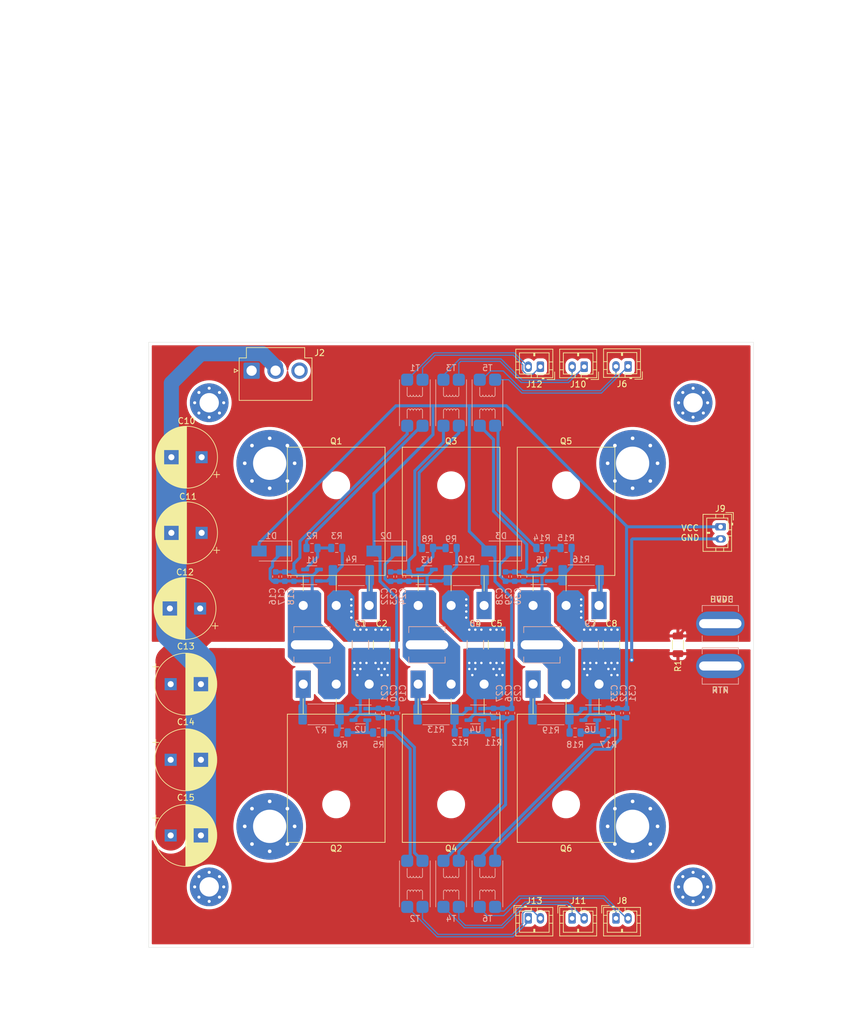
<source format=kicad_pcb>
(kicad_pcb (version 20211014) (generator pcbnew)
  (layers (0 "F.Cu" signal) (31 "B.Cu" signal) (34 "B.Paste" user) (35 "F.Paste" user) (36 "B.SilkS" user "B.Silkscreen") (37 "F.SilkS" user "F.Silkscreen") (38 "B.Mask" user) (39 "F.Mask" user) (44 "Edge.Cuts" user))
  (net 0 "")
  (net 1 "GND")
  (net 2 "VCC")
  (net 3 "VBUS")
  (net 4 "Earth")
  (net 5 "/half_bridge/OUT")
  (net 6 "Net-(Q1-Pad1)")
  (net 7 "Net-(Q2-Pad1)")
  (net 8 "Net-(Q4-Pad1)")
  (net 9 "Net-(Q3-Pad1)")
  (net 10 "Net-(Q5-Pad1)")
  (net 11 "/half_bridge1/OUT")
  (net 12 "/half_bridge2/OUT")
  (net 13 "Net-(Q6-Pad1)")
  (net 14 "Net-(R2-Pad1)")
  (net 15 "Net-(R3-Pad1)")
  (net 16 "Net-(R9-Pad1)")
  (net 17 "Net-(R11-Pad1)")
  (net 18 "Net-(R11-Pad2)")
  (net 19 "Net-(R12-Pad1)")
  (net 20 "Net-(R18-Pad1)")
  (net 21 "/half_bridge/IN_H+")
  (net 22 "/half_bridge/IN_H-")
  (net 23 "/half_bridge/IN_L+")
  (net 24 "/half_bridge/IN_L-")
  (net 25 "/half_bridge1/IN_H+")
  (net 26 "/half_bridge1/IN_H-")
  (net 27 "/half_bridge1/IN_L+")
  (net 28 "/half_bridge1/IN_L-")
  (net 29 "/half_bridge2/IN_H+")
  (net 30 "/half_bridge2/IN_H-")
  (net 31 "/half_bridge2/IN_L+")
  (net 32 "/half_bridge2/IN_L-")
  (net 33 "Net-(C16-Pad2)")
  (net 34 "Net-(C22-Pad2)")
  (net 35 "Net-(C28-Pad2)")
  (net 36 "Net-(R2-Pad2)")
  (net 37 "Net-(R5-Pad2)")
  (net 38 "Net-(R5-Pad1)")
  (net 39 "Net-(R6-Pad1)")
  (net 40 "Net-(R8-Pad1)")
  (net 41 "Net-(R8-Pad2)")
  (net 42 "Net-(R14-Pad2)")
  (net 43 "Net-(R14-Pad1)")
  (net 44 "Net-(R15-Pad1)")
  (net 45 "Net-(R17-Pad1)")
  (net 46 "Net-(R17-Pad2)")
  (footprint "MountingHole:MountingHole_3.2mm_M3_Pad_Via" (layer "F.Cu") (at 107 58)
    (fp_text reference "H5" hide)
    (fp_text value "MountingHole_Pad ")
  )
  (footprint "MountingHole:MountingHole_3.2mm_M3_Pad_Via" (layer "F.Cu") (at 107 138)
    (fp_text reference "H6" hide)
    (fp_text value "MountingHole_Pad")
  )
  (footprint "MountingHole:MountingHole_3.2mm_M3_Pad_Via" (layer "F.Cu") (at 187 138)
    (fp_text reference "H7" hide)
    (fp_text value "MountingHole_Pad")
  )
  (footprint "MountingHole:MountingHole_3.2mm_M3_Pad_Via" (layer "F.Cu") (at 187 58)
    (fp_text reference "H8" hide)
    (fp_text value "MountingHole_Pad")
  )
  (footprint "Capacitor_THT:CP_Radial_D10.0mm_P5.00mm" (layer "F.Cu") (at 105.5 92 180)
    (fp_text reference "C12")
    (fp_text value "100uF")
  )
  (footprint "Connector_JST:JST_PH_B2B-PH-K_1x02_P2.00mm_Vertical" (layer "F.Cu") (at 191.55 78.5 -90)
    (fp_text reference "J9")
    (fp_text value "Conn_01x02_Male")
  )
  (footprint "Capacitor_THT:CP_Radial_D10.0mm_P5.00mm" (layer "F.Cu") (at 100.632323 129.5)
    (fp_text reference "C15")
    (fp_text value "100uF")
  )
  (footprint "Connector_JST:JST_PH_B2B-PH-K_1x02_P2.00mm_Vertical" (layer "F.Cu") (at 169 52.05 180)
    (fp_text reference "J10")
    (fp_text value "Conn_01x02_Male")
  )
  (footprint "Capacitor_SMD:C_1210_3225Metric" (layer "F.Cu") (at 170 98 90)
    (fp_text reference "C7")
    (fp_text value "100n")
  )
  (footprint "Capacitor_SMD:C_1210_3225Metric" (layer "F.Cu") (at 151 98 90)
    (fp_text reference "C4")
    (fp_text value "100n")
  )
  (footprint "Connector_JST:JST_PH_B2B-PH-K_1x02_P2.00mm_Vertical" (layer "F.Cu") (at 167 143.2)
    (fp_text reference "J11")
    (fp_text value "Conn_01x02_Male")
  )
  (footprint "Connector_JST:JST_VH_B3P-VH-B_1x03_P3.96mm_Vertical" (layer "F.Cu") (at 114.0125 52.7)
    (fp_text reference "J2")
    (fp_text value "Conn_01x03_Male")
  )
  (footprint "Package_TO_SOT_THT:TO-247-3_Horizontal_TabUp" (layer "F.Cu") (at 152.45 91.5 180)
    (fp_text reference "Q3")
    (fp_text value "Q_NMOS_GDS")
  )
  (footprint "Capacitor_SMD:C_1210_3225Metric" (layer "F.Cu") (at 173.5 98 90)
    (fp_text reference "C8")
    (fp_text value "100n")
  )
  (footprint "Capacitor_THT:CP_Radial_D10.0mm_P5.00mm" (layer "F.Cu") (at 100.632323 117)
    (fp_text reference "C14")
    (fp_text value "100uF")
  )
  (footprint "Connector_JST:JST_PH_B2B-PH-K_1x02_P2.00mm_Vertical" (layer "F.Cu") (at 176.25 52 180)
    (fp_text reference "J6")
    (fp_text value "Conn_01x02_Male")
  )
  (footprint "Capacitor_THT:CP_Radial_D10.0mm_P5.00mm" (layer "F.Cu") (at 105.75 79.5 180)
    (fp_text reference "C11")
    (fp_text value "100uF")
  )
  (footprint "Package_TO_SOT_THT:TO-247-3_Horizontal_TabUp" (layer "F.Cu") (at 171.45 91.5 180)
    (fp_text reference "Q5")
    (fp_text value "Q_NMOS_GDS")
  )
  (footprint "Connector_JST:JST_PH_B2B-PH-K_1x02_P2.00mm_Vertical" (layer "F.Cu") (at 174.25 143.2)
    (fp_text reference "J8")
    (fp_text value "Conn_01x02_Male")
  )
  (footprint "Capacitor_THT:CP_Radial_D10.0mm_P5.00mm" (layer "F.Cu") (at 105.75 67 180)
    (fp_text reference "C10")
    (fp_text value "100uF")
  )
  (footprint "Connector_JST:JST_PH_B2B-PH-K_1x02_P2.00mm_Vertical" (layer "F.Cu") (at 159.75 143.2)
    (fp_text reference "J13")
    (fp_text value "Conn_01x02_Male")
  )
  (footprint "Capacitor_SMD:C_1210_3225Metric" (layer "F.Cu") (at 154.5 98 90)
    (fp_text reference "C5")
    (fp_text value "100n")
  )
  (footprint "Package_TO_SOT_THT:TO-247-3_Horizontal_TabUp" (layer "F.Cu") (at 160.55 104.5)
    (fp_text reference "Q6")
    (fp_text value "Q_NMOS_GDS")
  )
  (footprint "Package_TO_SOT_THT:TO-247-3_Horizontal_TabUp" (layer "F.Cu") (at 141.55 104.5)
    (fp_text reference "Q4")
    (fp_text value "Q_NMOS_GDS")
  )
  (footprint "Resistor_SMD:R_1206_3216Metric" (layer "F.Cu") (at 184.5 98 -90)
    (fp_text reference "R1")
    (fp_text value "1000")
  )
  (footprint "Connector_JST:JST_PH_B2B-PH-K_1x02_P2.00mm_Vertical" (layer "F.Cu") (at 161.75 52.05 180)
    (fp_text reference "J12")
    (fp_text value "Conn_01x02_Male")
  )
  (footprint "Capacitor_SMD:C_1210_3225Metric" (layer "F.Cu") (at 132 98 90)
    (fp_text reference "C1")
    (fp_text value "100n")
  )
  (footprint "Capacitor_THT:CP_Radial_D10.0mm_P5.00mm" (layer "F.Cu") (at 100.632323 104.5)
    (fp_text reference "C13")
    (fp_text value "100uF")
  )
  (footprint "Package_TO_SOT_THT:TO-247-3_Horizontal_TabUp" (layer "F.Cu") (at 133.45 91.5 180)
    (fp_text reference "Q1")
    (fp_text value "Q_NMOS_GDS")
  )
  (footprint "Capacitor_SMD:C_1210_3225Metric" (layer "F.Cu") (at 135.5 98 90)
    (fp_text reference "C2")
    (fp_text value "100n")
  )
  (footprint "Package_TO_SOT_THT:TO-247-3_Horizontal_TabUp" (layer "F.Cu") (at 122.55 104.5)
    (fp_text reference "Q2")
    (fp_text value "Q_NMOS_GDS")
  )
  (footprint "MountingHole:MountingHole_5.5mm_Pad_Via" (layer "B.Cu") (at 117 68 180)
    (fp_text reference "H1" hide)
    (fp_text value "MountingHole_Pad " hide)
  )
  (footprint "MountingHole:MountingHole_5.5mm_Pad_Via" (layer "B.Cu") (at 177 128 180)
    (fp_text reference "H3" hide)
    (fp_text value "MountingHole_Pad" hide)
  )
  (footprint "MountingHole:MountingHole_5.5mm_Pad_Via" (layer "B.Cu") (at 177 68 180)
    (fp_text reference "H4" hide)
    (fp_text value "MountingHole_Pad" hide)
  )
  (footprint "MountingHole:MountingHole_5.5mm_Pad_Via" (layer "B.Cu") (at 117 128 180)
    (fp_text reference "H2" hide)
    (fp_text value "MountingHole_Pad" hide)
  )
  (footprint "Resistor_SMD:R_0805_2012Metric" (layer "B.Cu") (at 162 82 180)
    (fp_text reference "R14")
    (fp_text value "5")
  )
  (footprint "Package_TO_SOT_SMD:SOT-23-5" (layer "B.Cu") (at 162 86.5)
    (fp_text reference "U5")
    (fp_text value "UCC27517")
  )
  (footprint "Resistor_SMD:R_0805_2012Metric" (layer "B.Cu") (at 173 112.5)
    (fp_text reference "R17")
    (fp_text value "5")
  )
  (footprint "Capacitor_SMD:C_0603_1608Metric" (layer "B.Cu") (at 135 109.275 90)
    (fp_text reference "C21")
    (fp_text value "10n")
  )
  (footprint "Capacitor_SMD:C_0603_1608Metric" (layer "B.Cu") (at 154 109.275 90)
    (fp_text reference "C27")
    (fp_text value "10n")
  )
  (footprint "Resistor_SMD:R_0805_2012Metric" (layer "B.Cu") (at 167.5 112.5)
    (fp_text reference "R18")
    (fp_text value "5")
  )
  (footprint "Resistor_SMD:R_0805_2012Metric" (layer "B.Cu") (at 148.5 112.5)
    (fp_text reference "R12")
    (fp_text value "5")
  )
  (footprint "Capacitor_SMD:C_0603_1608Metric" (layer "B.Cu") (at 155.5 109.275 90)
    (fp_text reference "C26")
    (fp_text value "100n")
  )
  (footprint "Resistor_SMD:R_0805_2012Metric" (layer "B.Cu") (at 166 82 180)
    (fp_text reference "R15")
    (fp_text value "5")
  )
  (footprint "universal-half-bridge:Screw Terminal 1" (layer "B.Cu") (at 143 98 180)
    (fp_text reference "J4" hide)
    (fp_text value "Conn_01x01_Female")
  )
  (footprint "universal-half-bridge:ESMIT-4180" (layer "B.Cu") (at 147 58 -90)
    (fp_text reference "T3")
    (fp_text value "PulseTrans 1:1")
  )
  (footprint "Resistor_SMD:R_0805_2012Metric" (layer "B.Cu") (at 143.0875 82 180)
    (fp_text reference "R8")
    (fp_text value "5")
  )
  (footprint "universal-half-bridge:Screw Terminal 1" (layer "B.Cu") (at 191.5 94.5 180)
    (fp_text reference "J1" hide)
    (fp_text value "Conn_01x01_Female")
  )
  (footprint "Capacitor_SMD:C_0603_1608Metric" (layer "B.Cu") (at 159 86.725 -90)
    (fp_text reference "C30")
    (fp_text value "10n")
  )
  (footprint "universal-half-bridge:Screw Terminal 1" (layer "B.Cu") (at 124 98 180)
    (fp_text reference "J5" hide)
    (fp_text value "Conn_01x01_Female")
  )
  (footprint "Capacitor_SMD:C_0603_1608Metric" (layer "B.Cu") (at 173 109.275 90)
    (fp_text reference "C33")
    (fp_text value "10n")
  )
  (footprint "Package_TO_SOT_SMD:SOT-23-5" (layer "B.Cu") (at 170 109.5 180)
    (fp_text reference "U6")
    (fp_text value "UCC27517")
  )
  (footprint "Diode_SMD:D_SMA" (layer "B.Cu") (at 136.25 82.5 180)
    (fp_text reference "D2")
    (fp_text value "D")
  )
  (footprint "universal-half-bridge:ESMIT-4180" (layer "B.Cu") (at 141 137.5 90)
    (fp_text reference "T2")
    (fp_text value "PulseTrans 1:1")
  )
  (footprint "universal-half-bridge:ESMIT-4180" (layer "B.Cu") (at 153 137.5 90)
    (fp_text reference "T6")
    (fp_text value "PulseTrans 1:1")
  )
  (footprint "Resistor_SMD:R_2512_6332Metric_Pad1.40x3.35mm_HandSolder" (layer "B.Cu") (at 130.5 86.5 180)
    (fp_text reference "R4")
    (fp_text value "5")
  )
  (footprint "Capacitor_SMD:C_0603_1608Metric" (layer "B.Cu") (at 138 109.275 90)
    (fp_text reference "C19")
    (fp_text value "100n")
  )
  (footprint "Resistor_SMD:R_2512_6332Metric_Pad1.40x3.35mm_HandSolder" (layer "B.Cu") (at 125.5 109.5)
    (fp_text reference "R7")
    (fp_text value "5")
  )
  (footprint "Resistor_SMD:R_0805_2012Metric" (layer "B.Cu") (at 154 112.5)
    (fp_text reference "R11")
    (fp_text value "5")
  )
  (footprint "Capacitor_SMD:C_0603_1608Metric" (layer "B.Cu") (at 119.5 86.725 -90)
    (fp_text reference "C17")
    (fp_text value "100n")
  )
  (footprint "universal-half-bridge:ESMIT-4180" (layer "B.Cu") (at 141 58 -90)
    (fp_text reference "T1")
    (fp_text value "PulseTrans 1:1")
  )
  (footprint "Capacitor_SMD:C_0603_1608Metric" (layer "B.Cu") (at 174.5 109.275 90)
    (fp_text reference "C32")
    (fp_text value "100n")
  )
  (footprint "Resistor_SMD:R_2512_6332Metric_Pad1.40x3.35mm_HandSolder" (layer "B.Cu") (at 149.5 86.5 180)
    (fp_text reference "R10")
    (fp_text value "5")
  )
  (footprint "Capacitor_SMD:C_0603_1608Metric" (layer "B.Cu") (at 136.5 109.275 90)
    (fp_text reference "C20")
    (fp_text value "100n")
  )
  (footprint "Diode_SMD:D_SMA" (layer "B.Cu") (at 117.25 82.5 180)
    (fp_text reference "D1")
    (fp_text value "D")
  )
  (footprint "Resistor_SMD:R_0805_2012Metric" (layer "B.Cu") (at 129 112.5)
    (fp_text reference "R6")
    (fp_text value "5")
  )
  (footprint "Package_TO_SOT_SMD:SOT-23-5" (layer "B.Cu") (at 151 109.5 180)
    (fp_text reference "U4")
    (fp_text value "UCC27517")
  )
  (footprint "Capacitor_SMD:C_0603_1608Metric" (layer "B.Cu") (at 137 86.725 -90)
    (fp_text reference "C22")
    (fp_text value "100n")
  )
  (footprint "universal-half-bridge:Screw Terminal 1" (layer "B.Cu") (at 191.5 101.5 180)
    (fp_text reference "J7" hide)
    (fp_text value "Conn_01x01_Female")
  )
  (footprint "Package_TO_SOT_SMD:SOT-23-5" (layer "B.Cu") (at 143 86.5)
    (fp_text reference "U3")
    (fp_text value "UCC27517")
  )
  (footprint "Capacitor_SMD:C_1210_3225Metric" (layer "B.Cu") (at 132 98 90)
    (fp_text reference "C3")
    (fp_text value "100n")
  )
  (footprint "Capacitor_SMD:C_1210_3225Metric" (layer "B.Cu") (at 170 98 90)
    (fp_text reference "C9")
    (fp_text value "100n")
  )
  (footprint "universal-half-bridge:ESMIT-4180" (layer "B.Cu") (at 147 137.5 90)
    (fp_text reference "T4")
    (fp_text value "PulseTrans 1:1")
  )
  (footprint "Capacitor_SMD:C_0603_1608Metric" (layer "B.Cu") (at 140 86.725 -90)
    (fp_text reference "C24")
    (fp_text value "10n")
  )
  (footprint "universal-half-bridge:Screw Terminal 1" (layer "B.Cu") (at 162 98 180)
    (fp_text reference "J3" hide)
    (fp_text value "Conn_01x01_Female")
  )
  (footprint "Package_TO_SOT_SMD:SOT-23-5" (layer "B.Cu") (at 124 86.5)
    (fp_text reference "U1")
    (fp_text value "UCC27517")
  )
  (footprint "Capacitor_SMD:C_0603_1608Metric" (layer "B.Cu") (at 121 86.725 -90)
    (fp_text reference "C18")
    (fp_text value "10n")
  )
  (footprint "Capacitor_SMD:C_0603_1608Metric" (layer "B.Cu") (at 138.5 86.725 -90)
    (fp_text reference "C23")
    (fp_text value "100n")
  )
  (footprint "Capacitor_SMD:C_0603_1608Metric" (layer "B.Cu") (at 118 86.725 -90)
    (fp_text reference "C16")
    (fp_text value "100n")
  )
  (footprint "Resistor_SMD:R_0805_2012Metric" (layer "B.Cu") (at 147 82 180)
    (fp_text reference "R9")
    (fp_text value "5")
  )
  (footprint "Diode_SMD:D_SMA" (layer "B.Cu") (at 155.25 82.5 180)
    (fp_text reference "D3")
    (fp_text value "D")
  )
  (footprint "Capacitor_SMD:C_0603_1608Metric" (layer "B.Cu") (at 157 109.275 90)
    (fp_text reference "C25")
    (fp_text value "100n")
  )
  (footprint "Capacitor_SMD:C_0603_1608Metric" (layer "B.Cu") (at 157.5 86.725 -90)
    (fp_text reference "C29")
    (fp_text value "100n")
  )
  (footprint "Resistor_SMD:R_2512_6332Metric_Pad1.40x3.35mm_HandSolder" (layer "B.Cu") (at 168.5 86.5 180)
    (fp_text reference "R16")
    (fp_text value "5")
  )
  (footprint "Capacitor_SMD:C_0603_1608Metric" (layer "B.Cu") (at 176 109.275 90)
    (fp_text reference "C31")
    (fp_text value "100n")
  )
  (footprint "Resistor_SMD:R_0805_2012Metric" (layer "B.Cu") (at 124 82 180)
    (fp_text reference "R2")
    (fp_text value "5")
  )
  (footprint "Package_TO_SOT_SMD:SOT-23-5" (layer "B.Cu") (at 132 109.5 180)
    (fp_text reference "U2")
    (fp_text value "UCC27517")
  )
  (footprint "Resistor_SMD:R_0805_2012Metric" (layer "B.Cu") (at 135 112.5)
    (fp_text reference "R5")
    (fp_text value "5")
  )
  (footprint "universal-half-bridge:ESMIT-4180" (layer "B.Cu") (at 153 58 -90)
    (fp_text reference "T5")
    (fp_text value "PulseTrans 1:1")
  )
  (footprint "Resistor_SMD:R_2512_6332Metric_Pad1.40x3.35mm_HandSolder" (layer "B.Cu") (at 144.5 109.5)
    (fp_text reference "R13")
    (fp_text value "5")
  )
  (footprint "Capacitor_SMD:C_0603_1608Metric" (layer "B.Cu") (at 156 86.725 -90)
    (fp_text reference "C28")
    (fp_text value "100n")
  )
  (footprint "Capacitor_SMD:C_1210_3225Metric" (layer "B.Cu") (at 151 98 90)
    (fp_text reference "C6")
    (fp_text value "100n")
  )
  (footprint "Resistor_SMD:R_0805_2012Metric" (layer "B.Cu") (at 128.0875 82 180)
    (fp_text reference "R3")
    (fp_text value "5")
  )
  (footprint "Resistor_SMD:R_2512_6332Metric_Pad1.40x3.35mm_HandSolder" (layer "B.Cu") (at 163.5 109.5)
    (fp_text reference "R19")
    (fp_text value "5")
  )
  (gr_line (start 197 148) (end 97 148) (layer "Edge.Cuts") (width 0.05))
  (gr_line (start 97 48) (end 97 148) (layer "Edge.Cuts") (width 0.05))
  (gr_line (start 97 48) (end 197 48) (layer "Edge.Cuts") (width 0.05))
  (gr_line (start 197 48) (end 197 148) (layer "Edge.Cuts") (width 0.05))
  (gr_text "RTN" (at 191.5 105.5) (layer "B.SilkS") (effects (font (size 1 1)) (justify mirror)))
  (gr_text "HVDC" (at 191.75 90.5) (layer "B.SilkS") (effects (font (size 1 1)) (justify mirror)))
  (gr_text "HVDC" (at 191.75 90.5) (layer "F.SilkS") (effects (font (size 1 1))))
  (gr_text "RTN" (at 191.5 105.5) (layer "F.SilkS") (effects (font (size 1 1))))
  (gr_text "VCC\nGND" (at 186.5 79.5) (layer "F.SilkS") (effects (font (size 1 1))))
  (via (at 174 102) (size 0.8) (drill 0.4) (layers "F.Cu" "B.Cu") (net 1))
  (via (at 150.5 103) (size 0.8) (drill 0.4) (layers "F.Cu" "B.Cu") (net 1))
  (via (at 154 102) (size 0.8) (drill 0.4) (layers "F.Cu" "B.Cu") (net 1))
  (via (at 135.5 101) (size 0.8) (drill 0.4) (layers "F.Cu" "B.Cu") (net 1))
  (via (at 174.5 103) (size 0.8) (drill 0.4) (layers "F.Cu" "B.Cu") (net 1))
  (via (at 169 101) (size 0.8) (drill 0.4) (layers "F.Cu" "B.Cu") (net 1))
  (via (at 155.5 103) (size 0.8) (drill 0.4) (layers "F.Cu" "B.Cu") (net 1))
  (via (at 136 102) (size 0.8) (drill 0.4) (layers "F.Cu" "B.Cu") (net 1))
  (via (at 151 101) (size 0.8) (drill 0.4) (layers "F.Cu" "B.Cu") (net 1))
  (via (at 173 102) (size 0.8) (drill 0.4) (layers "F.Cu" "B.Cu") (net 1))
  (via (at 154.5 103) (size 0.8) (drill 0.4) (layers "F.Cu" "B.Cu") (net 1))
  (via (at 134.5 101) (size 0.8) (drill 0.4) (layers "F.Cu" "B.Cu") (net 1))
  (via (at 174.5 101) (size 0.8) (drill 0.4) (layers "F.Cu" "B.Cu") (net 1))
  (via (at 152 101) (size 0.8) (drill 0.4) (layers "F.Cu" "B.Cu") (net 1))
  (via (at 131 101) (size 0.8) (drill 0.4) (layers "F.Cu" "B.Cu") (net 1))
  (via (at 169.5 103) (size 0.8) (drill 0.4) (layers "F.Cu" "B.Cu") (net 1))
  (via (at 169 102) (size 0.8) (drill 0.4) (layers "F.Cu" "B.Cu") (net 1))
  (via (at 132 101) (size 0.8) (drill 0.4) (layers "F.Cu" "B.Cu") (net 1))
  (via (at 136.5 101) (size 0.8) (drill 0.4) (layers "F.Cu" "B.Cu") (net 1))
  (via (at 131.5 103) (size 0.8) (drill 0.4) (layers "F.Cu" "B.Cu") (net 1))
  (via (at 132 102) (size 0.8) (drill 0.4) (layers "F.Cu" "B.Cu") (net 1))
  (via (at 150 101) (size 0.8) (drill 0.4) (layers "F.Cu" "B.Cu") (net 1))
  (via (at 135 102) (size 0.8) (drill 0.4) (layers "F.Cu" "B.Cu") (net 1))
  (via (at 136.5 103) (size 0.8) (drill 0.4) (layers "F.Cu" "B.Cu") (net 1))
  (via (at 154.5 101) (size 0.8) (drill 0.4) (layers "F.Cu" "B.Cu") (net 1))
  (via (at 133 101) (size 0.8) (drill 0.4) (layers "F.Cu" "B.Cu") (net 1))
  (via (at 173.5 101) (size 0.8) (drill 0.4) (layers "F.Cu" "B.Cu") (net 1))
  (via (at 171 101) (size 0.8) (drill 0.4) (layers "F.Cu" "B.Cu") (net 1))
  (via (at 170 102) (size 0.8) (drill 0.4) (layers "F.Cu" "B.Cu") (net 1))
  (via (at 176.8495 100.5) (size 0.8) (drill 0.4) (layers "F.Cu" "B.Cu") (net 1))
  (via (at 131 102) (size 0.8) (drill 0.4) (layers "F.Cu" "B.Cu") (net 1))
  (via (at 151 102) (size 0.8) (drill 0.4) (layers "F.Cu" "B.Cu") (net 1))
  (via (at 153.5 101) (size 0.8) (drill 0.4) (layers "F.Cu" "B.Cu") (net 1))
  (via (at 150 102) (size 0.8) (drill 0.4) (layers "F.Cu" "B.Cu") (net 1))
  (via (at 135.5 103) (size 0.8) (drill 0.4) (layers "F.Cu" "B.Cu") (net 1))
  (via (at 155 102) (size 0.8) (drill 0.4) (layers "F.Cu" "B.Cu") (net 1))
  (via (at 155.5 101) (size 0.8) (drill 0.4) (layers "F.Cu" "B.Cu") (net 1))
  (via (at 170 101) (size 0.8) (drill 0.4) (layers "F.Cu" "B.Cu") (net 1))
  (via (at 172.5 101) (size 0.8) (drill 0.4) (layers "F.Cu" "B.Cu") (net 1))
  (via (at 173.5 103) (size 0.8) (drill 0.4) (layers "F.Cu" "B.Cu") (net 1))
  (segment (start 133.1375 109.5) (end 134.45 109.5) (width 0.5) (layer "B.Cu") (net 1))
  (segment (start 138 110.05) (end 138 112) (width 0.5) (layer "B.Cu") (net 1))
  (segment (start 169.8125 109.5) (end 171.1375 109.5) (width 0.5) (layer "B.Cu") (net 1))
  (segment (start 156 111.05) (end 157 110.05) (width 0.5) (layer "B.Cu") (net 1))
  (segment (start 168.8625 110.45) (end 169.8125 109.5) (width 0.5) (layer "B.Cu") (net 1))
  (segment (start 138 112) (end 140.92952 114.92952) (width 0.5) (layer "B.Cu") (net 1))
  (segment (start 150.97452 105.97548) (end 152.45 104.5) (width 0.5) (layer "B.Cu") (net 1))
  (segment (start 115.816463 49.90048) (end 105.59952 49.90048) (width 2.5) (layer "B.Cu") (net 1))
  (segment (start 131.97452 109.33798) (end 131.97452 105.97548) (width 0.5) (layer "B.Cu") (net 1))
  (segment (start 150.8125 109.5) (end 150.97452 109.33798) (width 0.5) (layer "B.Cu") (net 1))
  (segment (start 169.97452 105.97548) (end 171.45 104.5) (width 0.5) (layer "B.Cu") (net 1))
  (segment (start 176.8495 80.6505) (end 176.8495 100.5) (width 0.5) (layer "B.Cu") (net 1))
  (segment (start 134.45 109.5) (end 135 110.05) (width 0.5) (layer "B.Cu") (net 1))
  (segment (start 100.75 54.75) (end 100.75 67) (width 2.5) (layer "B.Cu") (net 1))
  (segment (start 150.97452 109.33798) (end 150.97452 105.97548) (width 0.5) (layer "B.Cu") (net 1))
  (segment (start 154.27 131.63927) (end 170.65927 115.25) (width 0.5) (layer "B.Cu") (net 1))
  (segment (start 131.8125 109.5) (end 133.1375 109.5) (width 0.5) (layer "B.Cu") (net 1))
  (segment (start 131.97452 105.97548) (end 133.45 104.5) (width 0.5) (layer "B.Cu") (net 1))
  (segment (start 157 110.05) (end 154 110.05) (width 0.5) (layer "B.Cu") (net 1))
  (segment (start 172.45 109.5) (end 173 110.05) (width 0.5) (layer "B.Cu") (net 1))
  (segment (start 173.25 115.25) (end 175 113.5) (width 0.5) (layer "B.Cu") (net 1))
  (segment (start 170.65927 115.25) (end 173.25 115.25) (width 0.5) (layer "B.Cu") (net 1))
  (segment (start 148.27 132.13927) (end 156 124.40927) (width 0.5) (layer "B.Cu") (net 1))
  (segment (start 105.632323 100.882323) (end 105.632323 104.5) (width 5) (layer "B.Cu") (net 1))
  (segment (start 105.59952 49.90048) (end 100.75 54.75) (width 2.5) (layer "B.Cu") (net 1))
  (segment (start 156 124.40927) (end 156 111.05) (width 0.5) (layer "B.Cu") (net 1))
  (segment (start 149.8625 110.45) (end 150.8125 109.5) (width 0.5) (layer "B.Cu") (net 1))
  (segment (start 131.8125 109.5) (end 131.97452 109.33798) (width 0.5) (layer "B.Cu") (net 1))
  (segment (start 173 110.05) (end 176 110.05) (width 0.5) (layer "B.Cu") (net 1))
  (segment (start 191.55 80.5) (end 177 80.5) (width 0.5) (layer "B.Cu") (net 1))
  (segment (start 154.27 133.69) (end 154.27 131.63927) (width 0.5) (layer "B.Cu") (net 1))
  (segment (start 175 110.55) (end 174.5 110.05) (width 0.5) (layer "B.Cu") (net 1))
  (segment (start 140.92952 114.92952) (end 140.92952 132.34952) (width 0.5) (layer "B.Cu") (net 1))
  (segment (start 152.1375 109.5) (end 153.45 109.5) (width 0.5) (layer "B.Cu") (net 1))
  (segment (start 100.75 96) (end 105.632323 100.882323) (width 5) (layer "B.Cu") (net 1))
  (segment (start 174.5 110.05) (end 176 110.05) (width 0.5) (layer "B.Cu") (net 1))
  (segment (start 150.8125 109.5) (end 152.1375 109.5) (width 0.5) (layer "B.Cu") (net 1))
  (segment (start 117.9725 52.056517) (end 115.816463 49.90048) (width 2.5) (layer "B.Cu") (net 1))
  (segment (start 135 110.05) (end 138 110.05) (width 0.5) (layer "B.Cu") (net 1))
  (segment (start 117.9725 52.7) (end 117.9725 52.056517) (width 2.5) (layer "B.Cu") (net 1))
  (segment (start 169.97452 109.33798) (end 169.97452 105.97548) (width 0.5) (layer "B.Cu") (net 1))
  (segment (start 177 80.5) (end 176.8495 80.6505) (width 0.5) (layer "B.Cu") (net 1))
  (segment (start 175 113.5) (end 175 110.55) (width 0.5) (layer "B.Cu") (net 1))
  (segment (start 153.45 109.5) (end 154 110.05) (width 0.5) (layer "B.Cu") (net 1))
  (segment (start 140.92952 132.34952) (end 142.27 133.69) (width 0.5) (layer "B.Cu") (net 1))
  (segment (start 148.27 133.69) (end 148.27 132.13927) (width 0.5) (layer "B.Cu") (net 1))
  (segment (start 169.8125 109.5) (end 169.97452 109.33798) (width 0.5) (layer "B.Cu") (net 1))
  (segment (start 171.1375 109.5) (end 172.45 109.5) (width 0.5) (layer "B.Cu") (net 1))
  (segment (start 100.75 67) (end 100.75 96) (width 5) (layer "B.Cu") (net 1))
  (segment (start 105.632323 104.5) (end 105.632323 129.5) (width 5) (layer "B.Cu") (net 1))
  (segment (start 130.8625 110.45) (end 131.8125 109.5) (width 0.5) (layer "B.Cu") (net 1))
  (segment (start 134.25 82.5) (end 135.25 83.5) (width 0.5) (layer "B.Cu") (net 2))
  (segment (start 150 58.5) (end 150 79.25) (width 0.5) (layer "B.Cu") (net 2))
  (segment (start 176.112015 78.5) (end 176 78.387985) (width 0.5) (layer "B.Cu") (net 2))
  (segment (start 135.25 83.5) (end 135.25 87.5) (width 0.5) (layer "B.Cu") (net 2))
  (segment (start 152.1875 108.5) (end 152.1375 108.55) (width 0.5) (layer "B.Cu") (net 2))
  (segment (start 144 58.5) (end 137.887985 58.5) (width 0.5) (layer "B.Cu") (net 2))
  (segment (start 157 90.25) (end 157 108.5) (width 0.5) (layer "B.Cu") (net 2))
  (segment (start 144 63.25) (end 134.25 73) (width 0.5) (layer "B.Cu") (net 2))
  (segment (start 144 58.5) (end 144 63.25) (width 0.5) (layer "B.Cu") (net 2))
  (segment (start 156.112015 58.5) (end 150 58.5) (width 0.5) (layer "B.Cu") (net 2))
  (segment (start 150 58.5) (end 144 58.5) (width 0.5) (layer "B.Cu") (net 2))
  (segment (start 175.95 108.55) (end 176 108.5) (width 0.5) (layer "B.Cu") (net 2))
  (segment (start 135.25 87.5) (end 138 90.25) (width 0.5) (layer "B.Cu") (net 2))
  (segment (start 157 108.5) (end 152.1875 108.5) (width 0.5) (layer "B.Cu") (net 2))
  (segment (start 137.95 108.55) (end 138 108.5) (width 0.5) (layer "B.Cu") (net 2))
  (segment (start 154.25 83.5) (end 154.25 87.5) (width 0.5) (layer "B.Cu") (net 2))
  (segment (start 191.55 78.5) (end 176.112015 78.5) (width 0.5) (layer "B.Cu") (net 2))
  (segment (start 150 79.25) (end 153.25 82.5) (width 0.5) (layer "B.Cu") (net 2))
  (segment (start 176 78.387985) (end 156.112015 58.5) (width 0.5) (layer "B.Cu") (net 2))
  (segment (start 154.25 87.5) (end 157 90.25) (width 0.5) (layer "B.Cu") (net 2))
  (segment (start 133.1375 108.55) (end 137.95 108.55) (width 0.5) (layer "B.Cu") (net 2))
  (segment (start 138 90.25) (end 138 108.5) (width 0.5) (layer "B.Cu") (net 2))
  (segment (start 153.25 82.5) (end 154.25 83.5) (width 0.5) (layer "B.Cu") (net 2))
  (segment (start 176 108.5) (end 176 78.387985) (width 0.5) (layer "B.Cu") (net 2))
  (segment (start 137.887985 58.5) (end 115.25 81.137985) (width 0.5) (layer "B.Cu") (net 2))
  (segment (start 171.1375 108.55) (end 175.95 108.55) (width 0.5) (layer "B.Cu") (net 2))
  (segment (start 134.25 73) (end 134.25 82.5) (width 0.5) (layer "B.Cu") (net 2))
  (segment (start 115.25 81.137985) (end 115.25 82.5) (width 0.5) (layer "B.Cu") (net 2))
  (segment (start 186.5375 94.5) (end 191.5 94.5) (width 0.5) (layer "F.Cu") (net 3))
  (segment (start 100.632323 100.683839) (end 105.5 95.816162) (width 5) (layer "F.Cu") (net 3))
  (segment (start 105.5 67.25) (end 105.75 67) (width 5) (layer "F.Cu") (net 3))
  (segment (start 184.5 96.5375) (end 186.5375 94.5) (width 0.5) (layer "F.Cu") (net 3))
  (segment (start 100.632323 129.5) (end 100.632323 100.683839) (width 5) (layer "F.Cu") (net 3))
  (segment (start 105.5 92) (end 105.5 67.25) (width 5) (layer "F.Cu") (net 3))
  (segment (start 105.5 95.816162) (end 105.5 92) (width 5) (layer "F.Cu") (net 3))
  (via (at 130.5 91.5) (size 0.8) (drill 0.4) (layers "F.Cu" "B.Cu") (net 3))
  (via (at 133 95.5) (size 0.8) (drill 0.4) (layers "F.Cu" "B.Cu") (net 3))
  (via (at 168.5 91.5) (size 0.8) (drill 0.4) (layers "F.Cu" "B.Cu") (net 3))
  (via (at 173.5 95.5) (size 0.8) (drill 0.4) (layers "F.Cu" "B.Cu") (net 3))
  (via (at 149.5 93.5) (size 0.8) (drill 0.4) (layers "F.Cu" "B.Cu") (net 3))
  (via (at 149.5 92.5) (size 0.8) (drill 0.4) (layers "F.Cu" "B.Cu") (net 3))
  (via (at 174.5 95.5) (size 0.8) (drill 0.4) (layers "F.Cu" "B.Cu") (net 3))
  (via (at 130.5 90.5) (size 0.8) (drill 0.4) (layers "F.Cu" "B.Cu") (net 3))
  (via (at 155.5 95.5) (size 0.8) (drill 0.4) (layers "F.Cu" "B.Cu") (net 3))
  (via (at 172.5 95.5) (size 0.8) (drill 0.4) (layers "F.Cu" "B.Cu") (net 3))
  (via (at 150 95.5) (size 0.8) (drill 0.4) (layers "F.Cu" "B.Cu") (net 3))
  (via (at 134.5 95.5) (size 0.8) (drill 0.4) (layers "F.Cu" "B.Cu") (net 3))
  (via (at 168.5 93.5) (size 0.8) (drill 0.4) (layers "F.Cu" "B.Cu") (net 3))
  (via (at 135.5 95.5) (size 0.8) (drill 0.4) (layers "F.Cu" "B.Cu") (net 3))
  (via (at 169 95.5) (size 0.8) (drill 0.4) (layers "F.Cu" "B.Cu") (net 3))
  (via (at 168.5 90.5) (size 0.8) (drill 0.4) (layers "F.Cu" "B.Cu") (net 3))
  (via (at 132 95.5) (size 0.8) (drill 0.4) (layers "F.Cu" "B.Cu") (net 3))
  (via (at 154.5 95.5) (size 0.8) (drill 0.4) (layers "F.Cu" "B.Cu") (net 3))
  (via (at 153.5 95.5) (size 0.8) (drill 0.4) (layers "F.Cu" "B.Cu") (net 3))
  (via (at 136.5 95.5) (size 0.8) (drill 0.4) (layers "F.Cu" "B.Cu") (net 3))
  (via (at 131 95.5) (size 0.8) (drill 0.4) (layers "F.Cu" "B.Cu") (net 3))
  (via (at 170 95.5) (size 0.8) (drill 0.4) (layers "F.Cu" "B.Cu") (net 3))
  (via (at 152 95.5) (size 0.8) (drill 0.4) (layers "F.Cu" "B.Cu") (net 3))
  (via (at 168.5 92.5) (size 0.8) (drill 0.4) (layers "F.Cu" "B.Cu") (net 3))
  (via (at 130.5 92.5) (size 0.8) (drill 0.4) (layers "F.Cu" "B.Cu") (net 3))
  (via (at 130.5 93.5) (size 0.8) (drill 0.4) (layers "F.Cu" "B.Cu") (net 3))
  (via (at 151 95.5) (size 0.8) (drill 0.4) (layers "F.Cu" "B.Cu") (net 3))
  (via (at 171 95.5) (size 0.8) (drill 0.4) (layers "F.Cu" "B.Cu") (net 3))
  (via (at 149.5 90.5) (size 0.8) (drill 0.4) (layers "F.Cu" "B.Cu") (net 3))
  (via (at 149.5 91.5) (size 0.8) (drill 0.4) (layers "F.Cu" "B.Cu") (net 3))
  (segment (start 124.02548 90.02452) (end 122.55 91.5) (width 0.5) (layer "B.Cu") (net 5))
  (segment (start 122.8625 86.5) (end 124.1875 86.5) (width 0.5) (layer "B.Cu") (net 5))
  (segment (start 121 84.576076) (end 121 85.95) (width 0.5) (layer "B.Cu") (net 5))
  (segment (start 139.73 63.162015) (end 122 80.892015) (width 0.5) (layer "B.Cu") (net 5))
  (segment (start 139.73 61.81) (end 139.73 63.162015) (width 0.5) (layer "B.Cu") (net 5))
  (segment (start 124.02548 86.66202) (end 124.02548 90.02452) (width 0.5) (layer "B.Cu") (net 5))
  (segment (start 118 85.95) (end 121 85.95) (width 0.5) (layer "B.Cu") (net 5))
  (segment (start 121.55 86.5) (end 122.8625 86.5) (width 0.5) (layer "B.Cu") (net 5))
  (segment (start 124.1875 86.5) (end 125.1375 85.55) (width 0.5) (layer "B.Cu") (net 5))
  (segment (start 122 80.892015) (end 122 83.576076) (width 0.5) (layer "B.Cu") (net 5))
  (segment (start 124.1875 86.5) (end 124.02548 86.66202) (width 0.5) (layer "B.Cu") (net 5))
  (segment (start 122 83.576076) (end 121 84.576076) (width 0.5) (layer "B.Cu") (net 5))
  (segment (start 121 85.95) (end 121.55 86.5) (width 0.5) (layer "B.Cu") (net 5))
  (segment (start 133.55 91.4) (end 133.45 91.5) (width 1) (layer "B.Cu") (net 6))
  (segment (start 133.55 86.5) (end 133.55 91.4) (width 1) (layer "B.Cu") (net 6))
  (segment (start 122.45 109.5) (end 122.45 104.6) (width 1) (layer "B.Cu") (net 7))
  (segment (start 122.45 104.6) (end 122.55 104.5) (width 1) (layer "B.Cu") (net 7))
  (segment (start 141.45 109.5) (end 141.45 104.6) (width 1) (layer "B.Cu") (net 8))
  (segment (start 141.45 104.6) (end 141.55 104.5) (width 1) (layer "B.Cu") (net 8))
  (segment (start 152.55 86.5) (end 152.55 91.4) (width 1) (layer "B.Cu") (net 9))
  (segment (start 152.55 91.4) (end 152.45 91.5) (width 1) (layer "B.Cu") (net 9))
  (segment (start 171.55 91.4) (end 171.45 91.5) (width 1) (layer "B.Cu") (net 10))
  (segment (start 171.55 86.5) (end 171.55 91.4) (width 1) (layer "B.Cu") (net 10))
  (segment (start 145.73 64.52) (end 141 69.25) (width 0.5) (layer "B.Cu") (net 11))
  (segment (start 143.1875 86.5) (end 143.02548 86.66202) (width 0.5) (layer "B.Cu") (net 11))
  (segment (start 145.73 61.81) (end 145.73 64.52) (width 0.5) (layer "B.Cu") (net 11))
  (segment (start 141 83.076076) (end 140 84.076076) (width 0.5) (layer "B.Cu") (net 11))
  (segment (start 143.02548 90.02452) (end 141.55 91.5) (width 0.5) (layer "B.Cu") (net 11))
  (segment (start 143.1875 86.5) (end 141.8625 86.5) (width 0.5) (layer "B.Cu") (net 11))
  (segment (start 141 69.25) (end 141 83.076076) (width 0.5) (layer "B.Cu") (net 11))
  (segment (start 143.02548 86.66202) (end 143.02548 90.02452) (width 0.5) (layer "B.Cu") (net 11))
  (segment (start 140.55 86.5) (end 140 85.95) (width 0.5) (layer "B.Cu") (net 11))
  (segment (start 140 84.076076) (end 140 85.95) (width 0.5) (layer "B.Cu") (net 11))
  (segment (start 141.8625 86.5) (end 140.55 86.5) (width 0.5) (layer "B.Cu") (net 11))
  (segment (start 144.1375 85.55) (end 143.1875 86.5) (width 0.5) (layer "B.Cu") (net 11))
  (segment (start 137 85.95) (end 140 85.95) (width 0.5) (layer "B.Cu") (net 11))
  (segment (start 154 75.90177) (end 159.5 81.40177) (width 0.5) (layer "B.Cu") (net 12))
  (segment (start 162.1875 86.5) (end 162.02548 86.66202) (width 0.5) (layer "B.Cu") (net 12))
  (segment (start 159.55 86.5) (end 159 85.95) (width 0.5) (layer "B.Cu") (net 12))
  (segment (start 159.5 85.45) (end 159 85.95) (width 0.5) (layer "B.Cu") (net 12))
  (segment (start 160.8625 86.5) (end 159.55 86.5) (width 0.5) (layer "B.Cu") (net 12))
  (segment (start 154 64.08) (end 154 75.90177) (width 0.5) (layer "B.Cu") (net 12))
  (segment (start 159 85.95) (end 156 85.95) (width 0.5) (layer "B.Cu") (net 12))
  (segment (start 162.1875 86.5) (end 160.8625 86.5) (width 0.5) (layer "B.Cu") (net 12))
  (segment (start 159.5 81.40177) (end 159.5 85.45) (width 0.5) (layer "B.Cu") (net 12))
  (segment (start 162.02548 86.66202) (end 162.02548 90.02452) (width 0.5) (layer "B.Cu") (net 12))
  (segment (start 162.02548 90.02452) (end 160.55 91.5) (width 0.5) (layer "B.Cu") (net 12))
  (segment (start 151.73 61.81) (end 154 64.08) (width 0.5) (layer "B.Cu") (net 12))
  (segment (start 163.1375 85.55) (end 162.1875 86.5) (width 0.5) (layer "B.Cu") (net 12))
  (segment (start 160.45 104.6) (end 160.55 104.5) (width 1) (layer "B.Cu") (net 13))
  (segment (start 160.45 109.5) (end 160.45 104.6) (width 1) (layer "B.Cu") (net 13))
  (segment (start 124.9125 82) (end 124.9125 83.5) (width 0.5) (layer "B.Cu") (net 14))
  (segment (start 124.9125 82) (end 127.175 82) (width 0.5) (layer "B.Cu") (net 14))
  (segment (start 124.9125 83.5) (end 122.8625 85.55) (width 0.5) (layer "B.Cu") (net 14))
  (segment (start 129 84.95) (end 127.45 86.5) (width 0.5) (layer "B.Cu") (net 15))
  (segment (start 125.1375 87.45) (end 126.5 87.45) (width 0.5) (layer "B.Cu") (net 15))
  (segment (start 129 82) (end 129 84.95) (width 0.5) (layer "B.Cu") (net 15))
  (segment (start 126.5 87.45) (end 127.45 86.5) (width 0.5) (layer "B.Cu") (net 15))
  (segment (start 147.9125 85.0375) (end 146.45 86.5) (width 0.5) (layer "B.Cu") (net 16))
  (segment (start 145.5 87.45) (end 146.45 86.5) (width 0.5) (layer "B.Cu") (net 16))
  (segment (start 147.9125 82) (end 147.9125 85.0375) (width 0.5) (layer "B.Cu") (net 16))
  (segment (start 144.1375 87.45) (end 145.5 87.45) (width 0.5) (layer "B.Cu") (net 16))
  (segment (start 149.4125 112.5) (end 152 112.5) (width 0.5) (layer "B.Cu") (net 17))
  (segment (start 152.1375 110.45) (end 152.1375 112.3625) (width 0.5) (layer "B.Cu") (net 17))
  (segment (start 152.1375 112.3625) (end 152 112.5) (width 0.5) (layer "B.Cu") (net 17))
  (segment (start 152 112.5) (end 153.0875 112.5) (width 0.5) (layer "B.Cu") (net 17))
  (segment (start 155.25 112.8375) (end 154.9125 112.5) (width 0.5) (layer "B.Cu") (net 18))
  (segment (start 145.73 133.69) (end 155.25 124.17) (width 0.5) (layer "B.Cu") (net 18))
  (segment (start 155.25 124.17) (end 155.25 112.8375) (width 0.5) (layer "B.Cu") (net 18))
  (segment (start 147.55 109.5) (end 148.9125 109.5) (width 0.5) (layer "B.Cu") (net 19))
  (segment (start 148.9125 109.5) (end 149.8625 108.55) (width 0.5) (layer "B.Cu") (net 19))
  (segment (start 147.55 112.4625) (end 147.5875 112.5) (width 0.5) (layer "B.Cu") (net 19))
  (segment (start 147.55 109.5) (end 147.55 112.4625) (width 0.5) (layer "B.Cu") (net 19))
  (segment (start 166.55 109.5) (end 167.9125 109.5) (width 0.5) (layer "B.Cu") (net 20))
  (segment (start 167.9125 109.5) (end 168.8625 108.55) (width 0.5) (layer "B.Cu") (net 20))
  (segment (start 166.55 112.4625) (end 166.5875 112.5) (width 0.5) (layer "B.Cu") (net 20))
  (segment (start 166.55 109.5) (end 166.55 112.4625) (width 0.5) (layer "B.Cu") (net 20))
  (segment (start 159.402887 53.25) (end 158.85048 52.697593) (width 0.2) (layer "B.Cu") (net 21))
  (segment (start 158.85048 52.697593) (end 158.85048 51.715486) (width 0.2) (layer "B.Cu") (net 21))
  (segment (start 161.75 52.05) (end 160.55 53.25) (width 0.2) (layer "B.Cu") (net 21))
  (segment (start 157.284514 50.14952) (end 144.35048 50.14952) (width 0.2) (layer "B.Cu") (net 21))
  (segment (start 144.35048 50.14952) (end 142.27 52.23) (width 0.2) (layer "B.Cu") (net 21))
  (segment (start 160.55 53.25) (end 159.402887 53.25) (width 0.2) (layer "B.Cu") (net 21))
  (segment (start 158.85048 51.715486) (end 157.284514 50.14952) (width 0.2) (layer "B.Cu") (net 21))
  (segment (start 142.27 52.23) (end 142.27 54.19) (width 0.2) (layer "B.Cu") (net 21))
  (segment (start 157.45 49.75) (end 144.17 49.75) (width 0.2) (layer "B.Cu") (net 22))
  (segment (start 144.17 49.75) (end 139.73 54.19) (width 0.2) (layer "B.Cu") (net 22))
  (segment (start 159.75 52.05) (end 157.45 49.75) (width 0.2) (layer "B.Cu") (net 22))
  (segment (start 144.67 146.25) (end 139.73 141.31) (width 0.2) (layer "B.Cu") (net 23))
  (segment (start 159.75 143.2) (end 159.75 143.75) (width 0.2) (layer "B.Cu") (net 23))
  (segment (start 159.75 143.75) (end 157.25 146.25) (width 0.2) (layer "B.Cu") (net 23))
  (segment (start 157.25 146.25) (end 144.67 146.25) (width 0.2) (layer "B.Cu") (net 23))
  (segment (start 158.85048 144.084514) (end 157.084514 145.85048) (width 0.2) (layer "B.Cu") (net 24))
  (segment (start 142.27 143.27) (end 142.27 141.31) (width 0.2) (layer "B.Cu") (net 24))
  (segment (start 161.75 143.2) (end 160.57548 142.02548) (width 0.2) (layer "B.Cu") (net 24))
  (segment (start 159.172382 142.02548) (end 158.85048 142.347382) (width 0.2) (layer "B.Cu") (net 24))
  (segment (start 144.85048 145.85048) (end 142.27 143.27) (width 0.2) (layer "B.Cu") (net 24))
  (segment (start 157.084514 145.85048) (end 144.85048 145.85048) (width 0.2) (layer "B.Cu") (net 24))
  (segment (start 160.57548 142.02548) (end 159.172382 142.02548) (width 0.2) (layer "B.Cu") (net 24))
  (segment (start 158.85048 142.347382) (end 158.85048 144.084514) (width 0.2) (layer "B.Cu") (net 24))
  (segment (start 166.40048 54.64952) (end 169 52.05) (width 0.2) (layer "B.Cu") (net 25))
  (segment (start 148.27 51.48) (end 148.60048 51.14952) (width 0.2) (layer "B.Cu") (net 25))
  (segment (start 148.60048 51.14952) (end 155.084514 51.14952) (width 0.2) (layer "B.Cu") (net 25))
  (segment (start 158.584513 54.649519) (end 166.40048 54.64952) (width 0.2) (layer "B.Cu") (net 25))
  (segment (start 148.27 54.19) (end 148.27 51.48) (width 0.2) (layer "B.Cu") (net 25))
  (segment (start 155.084514 51.14952) (end 158.584513 54.649519) (width 0.2) (layer "B.Cu") (net 25))
  (segment (start 166.234994 54.25) (end 158.75 54.25) (width 0.2) (layer "B.Cu") (net 26))
  (segment (start 145.73 53.454994) (end 145.73 54.19) (width 0.2) (layer "B.Cu") (net 26))
  (segment (start 158.75 54.25) (end 155.25 50.75) (width 0.2) (layer "B.Cu") (net 26))
  (segment (start 148.434994 50.75) (end 145.73 53.454994) (width 0.2) (layer "B.Cu") (net 26))
  (segment (start 167 52.05) (end 167 53.484994) (width 0.2) (layer "B.Cu") (net 26))
  (segment (start 155.25 50.75) (end 148.434994 50.75) (width 0.2) (layer "B.Cu") (net 26))
  (segment (start 167 53.484994) (end 166.234994 54.25) (width 0.2) (layer "B.Cu") (net 26))
  (segment (start 145.73 141.31) (end 149.17 144.75) (width 0.2) (layer "B.Cu") (net 27))
  (segment (start 166.134514 140.89952) (end 167 141.765006) (width 0.2) (layer "B.Cu") (net 27))
  (segment (start 167 141.765006) (end 167 143.2) (width 0.2) (layer "B.Cu") (net 27))
  (segment (start 159.35048 140.89952) (end 166.134514 140.89952) (width 0.2) (layer "B.Cu") (net 27))
  (segment (start 155.5 144.75) (end 159.35048 140.89952) (width 0.2) (layer "B.Cu") (net 27))
  (segment (start 149.17 144.75) (end 155.5 144.75) (width 0.2) (layer "B.Cu") (net 27))
  (segment (start 148.27 143.27) (end 148.27 141.31) (width 0.2) (layer "B.Cu") (net 28))
  (segment (start 169 143.2) (end 166.3 140.5) (width 0.2) (layer "B.Cu") (net 28))
  (segment (start 159.184994 140.5) (end 155.334514 144.35048) (width 0.2) (layer "B.Cu") (net 28))
  (segment (start 149.35048 144.35048) (end 148.27 143.27) (width 0.2) (layer "B.Cu") (net 28))
  (segment (start 166.3 140.5) (end 159.184994 140.5) (width 0.2) (layer "B.Cu") (net 28))
  (segment (start 155.334514 144.35048) (end 149.35048 144.35048) (width 0.2) (layer "B.Cu") (net 28))
  (segment (start 156.494982 54.19) (end 158.7045 56.399518) (width 0.2) (layer "B.Cu") (net 29))
  (segment (start 154.27 54.19) (end 156.494982 54.19) (width 0.2) (layer "B.Cu") (net 29))
  (segment (start 158.7045 56.399518) (end 171.850481 56.399519) (width 0.2) (layer "B.Cu") (net 29))
  (segment (start 171.850481 56.399519) (end 176.25 52) (width 0.2) (layer "B.Cu") (net 29))
  (segment (start 158.869987 55.999999) (end 155.619988 52.75) (width 0.2) (layer "B.Cu") (net 30))
  (segment (start 174.25 52) (end 174.25 53.434994) (width 0.2) (layer "B.Cu") (net 30))
  (segment (start 171.684995 55.999999) (end 158.869987 55.999999) (width 0.2) (layer "B.Cu") (net 30))
  (segment (start 152.085 54.19) (end 151.73 54.19) (width 0.2) (layer "B.Cu") (net 30))
  (segment (start 174.25 53.434994) (end 171.684995 55.999999) (width 0.2) (layer "B.Cu") (net 30))
  (segment (start 153.525 52.75) (end 152.085 54.19) (width 0.2) (layer "B.Cu") (net 30))
  (segment (start 155.619988 52.75) (end 153.525 52.75) (width 0.2) (layer "B.Cu") (net 30))
  (segment (start 151.73 141.31) (end 151.73 141.48) (width 0.2) (layer "B.Cu") (net 31))
  (segment (start 151.73 141.48) (end 153 142.75) (width 0.2) (layer "B.Cu") (net 31))
  (segment (start 158.535474 139.89952) (end 172.136652 139.89952) (width 0.2) (layer "B.Cu") (net 31))
  (segment (start 172.136652 139.89952) (end 174.25 142.012868) (width 0.2) (layer "B.Cu") (net 31))
  (segment (start 153 142.75) (end 155.684994 142.75) (width 0.2) (layer "B.Cu") (net 31))
  (segment (start 174.25 142.012868) (end 174.25 143.2) (width 0.2) (layer "B.Cu") (net 31))
  (segment (start 155.684994 142.75) (end 158.535474 139.89952) (width 0.2) (layer "B.Cu") (net 31))
  (segment (start 176.25 143.2) (end 176.002138 143.2) (width 0.2) (layer "B.Cu") (net 32))
  (segment (start 154.96 142) (end 154.27 141.31) (width 0.2) (layer "B.Cu") (net 32))
  (segment (start 176.002138 143.2) (end 172.302138 139.5) (width 0.2) (layer "B.Cu") (net 32))
  (segment (start 158.25 139.5) (end 155.75 142) (width 0.2) (layer "B.Cu") (net 32))
  (segment (start 155.75 142) (end 154.96 142) (width 0.2) (layer "B.Cu") (net 32))
  (segment (start 172.302138 139.5) (end 158.25 139.5) (width 0.2) (layer "B.Cu") (net 32))
  (segment (start 118.05 87.45) (end 118 87.5) (width 0.5) (layer "B.Cu") (net 33))
  (segment (start 117.07548 85.445605) (end 117.07548 87.07548) (width 0.5) (layer "B.Cu") (net 33))
  (segment (start 117.07548 87.07548) (end 117.5 87.5) (width 0.5) (layer "B.Cu") (net 33))
  (segment (start 117.470605 85.05048) (end 117.07548 85.445605) (width 0.5) (layer "B.Cu") (net 33))
  (segment (start 122.8625 87.45) (end 118.05 87.45) (width 0.5) (layer "B.Cu") (net 33))
  (segment (start 117.5 87.5) (end 118 87.5) (width 0.5) (layer "B.Cu") (net 33))
  (segment (start 119.25 82.5) (end 117.470605 84.279395) (width 0.5) (layer "B.Cu") (net 33))
  (segment (start 117.470605 84.279395) (end 117.470605 85.05048) (width 0.5) (layer "B.Cu") (net 33))
  (segment (start 137 87.5) (end 136.5 87.5) (width 0.5) (layer "B.Cu") (net 34))
  (segment (start 136.07548 87.07548) (end 136.07548 84.67452) (width 0.5) (layer "B.Cu") (net 34))
  (segment (start 136.07548 84.67452) (end 138.25 82.5) (width 0.5) (layer "B.Cu") (net 34))
  (segment (start 136.5 87.5) (end 136.07548 87.07548) (width 0.5) (layer "B.Cu") (net 34))
  (segment (start 137.05 87.45) (end 137 87.5) (width 0.5) (layer "B.Cu") (net 34))
  (segment (start 141.8625 87.45) (end 137.05 87.45) (width 0.5) (layer "B.Cu") (net 34))
  (segment (start 156.05 87.45) (end 156 87.5) (width 0.5) (layer "B.Cu") (net 35))
  (segment (start 155.07548 86.57548) (end 155.07548 84.67452) (width 0.5) (layer "B.Cu") (net 35))
  (segment (start 160.8625 87.45) (end 156.05 87.45) (width 0.5) (layer "B.Cu") (net 35))
  (segment (start 156 87.5) (end 155.07548 86.57548) (width 0.5) (layer "B.Cu") (net 35))
  (segment (start 155.07548 84.67452) (end 157.25 82.5) (width 0.5) (layer "B.Cu") (net 35))
  (segment (start 142.27 61.81) (end 142.105 61.81) (width 0.5) (layer "B.Cu") (net 36))
  (segment (start 142.105 61.81) (end 123.0875 80.8275) (width 0.5) (layer "B.Cu") (net 36))
  (segment (start 123.0875 80.8275) (end 123.0875 82) (width 0.5) (layer "B.Cu") (net 36))
  (segment (start 140.23 133.19) (end 140.23 115.23) (width 0.5) (layer "B.Cu") (net 37))
  (segment (start 137.5 112.5) (end 135.9125 112.5) (width 0.5) (layer "B.Cu") (net 37))
  (segment (start 139.73 133.69) (end 140.23 133.19) (width 0.5) (layer "B.Cu") (net 37))
  (segment (start 140.23 115.23) (end 137.5 112.5) (width 0.5) (layer "B.Cu") (net 37))
  (segment (start 133.1375 110.45) (end 133.1375 112.3625) (width 0.5) (layer "B.Cu") (net 38))
  (segment (start 133 112.5) (end 134.0875 112.5) (width 0.5) (layer "B.Cu") (net 38))
  (segment (start 129.9125 112.5) (end 133 112.5) (width 0.5) (layer "B.Cu") (net 38))
  (segment (start 133.1375 112.3625) (end 133 112.5) (width 0.5) (layer "B.Cu") (net 38))
  (segment (start 129.9125 109.5) (end 130.8625 108.55) (width 0.5) (layer "B.Cu") (net 39))
  (segment (start 128.55 112.0375) (end 128.0875 112.5) (width 0.5) (layer "B.Cu") (net 39))
  (segment (start 128.55 109.5) (end 129.9125 109.5) (width 0.5) (layer "B.Cu") (net 39))
  (segment (start 128.55 109.5) (end 128.55 112.0375) (width 0.5) (layer "B.Cu") (net 39))
  (segment (start 144 82) (end 144 83.4125) (width 0.5) (layer "B.Cu") (net 40))
  (segment (start 144 82) (end 146.0875 82) (width 0.5) (layer "B.Cu") (net 40))
  (segment (start 144 83.4125) (end 141.8625 85.55) (width 0.5) (layer "B.Cu") (net 40))
  (segment (start 141.69952 69.55048) (end 141.69952 81.52452) (width 0.5) (layer "B.Cu") (net 41))
  (segment (start 148.27 61.81) (end 148.27 62.98) (width 0.5) (layer "B.Cu") (net 41))
  (segment (start 148.27 62.98) (end 141.69952 69.55048) (width 0.5) (layer "B.Cu") (net 41))
  (segment (start 141.69952 81.52452) (end 142.175 82) (width 0.5) (layer "B.Cu") (net 41))
  (segment (start 154.75 75.6625) (end 161.0875 82) (width 0.5) (layer "B.Cu") (net 42))
  (segment (start 154.75 62.29) (end 154.75 75.6625) (width 0.5) (layer "B.Cu") (net 42))
  (segment (start 154.27 61.81) (end 154.75 62.29) (width 0.5) (layer "B.Cu") (net 42))
  (segment (start 162.9125 82) (end 162.9125 83.5) (width 0.5) (layer "B.Cu") (net 43))
  (segment (start 165.0875 82) (end 162.9125 82) (width 0.5) (layer "B.Cu") (net 43))
  (segment (start 162.9125 83.5) (end 160.8625 85.55) (width 0.5) (layer "B.Cu") (net 43))
  (segment (start 163.1375 87.45) (end 164.5 87.45) (width 0.5) (layer "B.Cu") (net 44))
  (segment (start 166.9125 85.0375) (end 165.45 86.5) (width 0.5) (layer "B.Cu") (net 44))
  (segment (start 166.9125 82) (end 166.9125 85.0375) (width 0.5) (layer "B.Cu") (net 44))
  (segment (start 164.5 87.45) (end 165.45 86.5) (width 0.5) (layer "B.Cu") (net 44))
  (segment (start 171.1375 110.45) (end 171.1375 112.3625) (width 0.5) (layer "B.Cu") (net 45))
  (segment (start 171 112.5) (end 172.0875 112.5) (width 0.5) (layer "B.Cu") (net 45))
  (segment (start 168.4125 112.5) (end 171 112.5) (width 0.5) (layer "B.Cu") (net 45))
  (segment (start 171.1375 112.3625) (end 171 112.5) (width 0.5) (layer "B.Cu") (net 45))
  (segment (start 173.9125 112.5) (end 171.9125 114.5) (width 0.5) (layer "B.Cu") (net 46))
  (segment (start 171.9125 114.5) (end 170.42 114.5) (width 0.5) (layer "B.Cu") (net 46))
  (segment (start 170.42 114.5) (end 151.73 133.19) (width 0.5) (layer "B.Cu") (net 46))
  (segment (start 151.73 133.19) (end 151.73 133.69) (width 0.5) (layer "B.Cu") (net 46))
  (zone (net 3) (net_name "VBUS") (layer "F.Cu") (priority 1) (connect_pads yes (clearance 0.508)) (min_thickness 0.254) (fill yes (thermal_gap 0.508) (thermal_bridge_width 0.508))
    (polygon (pts (xy 131 90) (xy 131 94) (xy 132 95) (xy 137 95) (xy 137 97.5) (xy 130 97.5) (xy 126.5 93.75) (xy 126.5 90) (xy 127.5 89) (xy 130 89)))
  )
  (zone (net 5) (net_name "/half_bridge/OUT") (layer "F.Cu") (priority 1) (connect_pads yes (clearance 0.508)) (min_thickness 0.254) (fill yes (thermal_gap 0.508) (thermal_bridge_width 0.508))
    (polygon (pts (xy 125.5 89.5) (xy 125.5 94.5) (xy 129.5 98.5) (xy 129.469231 105.946154) (xy 128.469231 106.946154) (xy 125.969231 106.946154) (xy 124.969231 105.946154) (xy 124.969231 101.946154) (xy 123.969231 100.946154) (xy 121 101) (xy 120 100) (xy 120 97.5) (xy 120 96) (xy 120 94.5) (xy 120 93) (xy 120 92) (xy 120 91) (xy 120 89.5) (xy 120.5 89) (xy 125 89)))
  )
  (zone (net 3) (net_name "VBUS") (layer "F.Cu") (priority 1) (connect_pads yes (clearance 0.508)) (min_thickness 0.254) (fill yes (thermal_gap 0.508) (thermal_bridge_width 0.508))
    (polygon (pts (xy 150 90) (xy 150 94) (xy 151 95) (xy 156 95) (xy 156 97.5) (xy 149 97.5) (xy 145.5 93.75) (xy 145.5 90) (xy 146.5 89) (xy 149 89)))
  )
  (zone (net 11) (net_name "/half_bridge1/OUT") (layer "F.Cu") (priority 1) (connect_pads yes (clearance 0.508)) (min_thickness 0.254) (fill yes (thermal_gap 0.508) (thermal_bridge_width 0.508))
    (polygon (pts (xy 144.5 89.5) (xy 144.5 94.5) (xy 148.5 98.25) (xy 148.469231 105.946154) (xy 147.469231 106.946154) (xy 144.969231 106.946154) (xy 143.969231 105.946154) (xy 143.969231 101.946154) (xy 142.969231 100.946154) (xy 140 101) (xy 139 100) (xy 139 97.5) (xy 139 96) (xy 139 94.5) (xy 139 93) (xy 139 92) (xy 139 91) (xy 139 89.5) (xy 139.5 89) (xy 144 89)))
  )
  (zone (net 1) (net_name "GND") (layer "F.Cu") (connect_pads yes (clearance 0.508)) (min_thickness 0.254) (fill yes (thermal_gap 0.508) (thermal_bridge_width 0.508))
    (polygon (pts (xy 197 148.25) (xy 97 148.25) (xy 97 98.5) (xy 197 98.75)))
  )
  (zone (net 3) (net_name "VBUS") (layer "F.Cu") (priority 1) (connect_pads yes (clearance 0.508)) (min_thickness 0.254) (fill yes (thermal_gap 0.508) (thermal_bridge_width 0.508))
    (polygon (pts (xy 169 90) (xy 169 94) (xy 170 95) (xy 175 95) (xy 175 97.5) (xy 168 97.5) (xy 164.5 94) (xy 164.5 90) (xy 165.5 89) (xy 168 89)))
  )
  (zone (net 12) (net_name "/half_bridge2/OUT") (layer "F.Cu") (priority 1) (connect_pads yes (clearance 0.508)) (min_thickness 0.254) (fill yes (thermal_gap 0.508) (thermal_bridge_width 0.508))
    (polygon (pts (xy 163.5 89.5) (xy 163.5 94.5) (xy 167.5 98.5) (xy 167.469231 105.946154) (xy 166.469231 106.946154) (xy 163.969231 106.946154) (xy 162.969231 105.946154) (xy 162.969231 101.946154) (xy 161.969231 100.946154) (xy 159 101) (xy 158 100) (xy 158 97.5) (xy 158 96) (xy 158 94.5) (xy 158 93) (xy 158 92) (xy 158 91) (xy 158 89.5) (xy 158.5 89) (xy 163 89)))
  )
  (zone (net 3) (net_name "VBUS") (layer "F.Cu") (connect_pads yes (clearance 0.508)) (min_thickness 0.254) (fill yes (thermal_gap 0.508) (thermal_bridge_width 0.508))
    (polygon (pts (xy 197 97.5) (xy 97 97.5) (xy 97 48) (xy 197 48)))
  )
  (zone (net 1) (net_name "GND") (layer "B.Cu") (priority 1) (connect_pads yes (clearance 0.508)) (min_thickness 0.254) (fill yes (thermal_gap 0.508) (thermal_bridge_width 0.508))
    (polygon (pts (xy 175 106) (xy 174 107) (xy 169.5 107) (xy 168.5 106) (xy 168.5 98.5) (xy 175 98.5)))
  )
  (zone (net 12) (net_name "/half_bridge2/OUT") (layer "B.Cu") (priority 1) (connect_pads yes (clearance 0.508)) (min_thickness 0.254) (fill yes (thermal_gap 0.508) (thermal_bridge_width 0.508))
    (polygon (pts (xy 163.5 89.5) (xy 163.5 91) (xy 163.5 94.5) (xy 167.5 98.5) (xy 167.5 100.5) (xy 167.5 101.5) (xy 167.5 103) (xy 167.5 106) (xy 166.5 107) (xy 164 107) (xy 163 106) (xy 163 102) (xy 162 101) (xy 159 101) (xy 158 100) (xy 158 94.5) (xy 158 93) (xy 158 89.5) (xy 158.5 89) (xy 163 89)))
  )
  (zone (net 3) (net_name "VBUS") (layer "B.Cu") (priority 1) (connect_pads yes (clearance 0.508)) (min_thickness 0.254) (fill yes (thermal_gap 0.508) (thermal_bridge_width 0.508))
    (polygon (pts (xy 131 90) (xy 131 94) (xy 132 95) (xy 137 95) (xy 137 97.5) (xy 130 97.5) (xy 126.5 93.75) (xy 126.5 90) (xy 127.5 89) (xy 130 89)))
  )
  (zone (net 3) (net_name "VBUS") (layer "B.Cu") (priority 1) (connect_pads yes (clearance 0.508)) (min_thickness 0.254) (fill yes (thermal_gap 0.508) (thermal_bridge_width 0.508))
    (polygon (pts (xy 150 90) (xy 150 94) (xy 151 95) (xy 156 95) (xy 156 97.5) (xy 149 97.5) (xy 145.5 93.75) (xy 145.5 90) (xy 146.5 89) (xy 149 89)))
  )
  (zone (net 11) (net_name "/half_bridge1/OUT") (layer "B.Cu") (priority 1) (connect_pads yes (clearance 0.508)) (min_thickness 0.254) (fill yes (thermal_gap 0.508) (thermal_bridge_width 0.508))
    (polygon (pts (xy 144.5 89.5) (xy 144.5 91) (xy 144.5 94.5) (xy 148.5 98.25) (xy 148.5 100.5) (xy 148.5 101.5) (xy 148.5 103) (xy 148.5 106) (xy 147.5 107) (xy 145 107) (xy 144 106) (xy 144 102) (xy 143 101) (xy 140 101) (xy 139 100) (xy 139 94.5) (xy 139 93) (xy 139 89.5) (xy 139.5 89) (xy 144 89)))
  )
  (zone (net 1) (net_name "GND") (layer "B.Cu") (priority 1) (connect_pads yes (clearance 0.508)) (min_thickness 0.254) (fill yes (thermal_gap 0.508) (thermal_bridge_width 0.508))
    (polygon (pts (xy 156 106) (xy 155 107) (xy 150.5 107) (xy 149.5 106) (xy 149.5 98.5) (xy 156 98.5)))
  )
  (zone (net 1) (net_name "GND") (layer "B.Cu") (priority 1) (connect_pads yes (clearance 0.508)) (min_thickness 0.254) (fill yes (thermal_gap 0.508) (thermal_bridge_width 0.508))
    (polygon (pts (xy 137 106) (xy 136 107) (xy 131.5 107) (xy 130.5 106) (xy 130.5 98.5) (xy 137 98.5)))
  )
  (zone (net 5) (net_name "/half_bridge/OUT") (layer "B.Cu") (priority 1) (connect_pads yes (clearance 0.508)) (min_thickness 0.254) (fill yes (thermal_gap 0.508) (thermal_bridge_width 0.508))
    (polygon (pts (xy 125.5 89.5) (xy 125.5 91) (xy 125.5 94.5) (xy 129.5 98.5) (xy 129.5 100.5) (xy 129.5 101.5) (xy 129.5 103) (xy 129.5 106) (xy 128.5 107) (xy 126 107) (xy 125 106) (xy 125 102) (xy 124 101) (xy 121 101) (xy 120 100) (xy 120 94.5) (xy 120 93) (xy 120 89.5) (xy 120.5 89) (xy 125 89)))
  )
  (zone (net 3) (net_name "VBUS") (layer "B.Cu") (priority 1) (connect_pads yes (clearance 0.508)) (min_thickness 0.254) (fill yes (thermal_gap 0.508) (thermal_bridge_width 0.508))
    (polygon (pts (xy 169 90) (xy 169 94) (xy 170 95) (xy 175 95) (xy 175 97.5) (xy 168 97.5) (xy 164.5 94) (xy 164.5 90) (xy 165.5 89) (xy 168 89)))
  )
)
</source>
